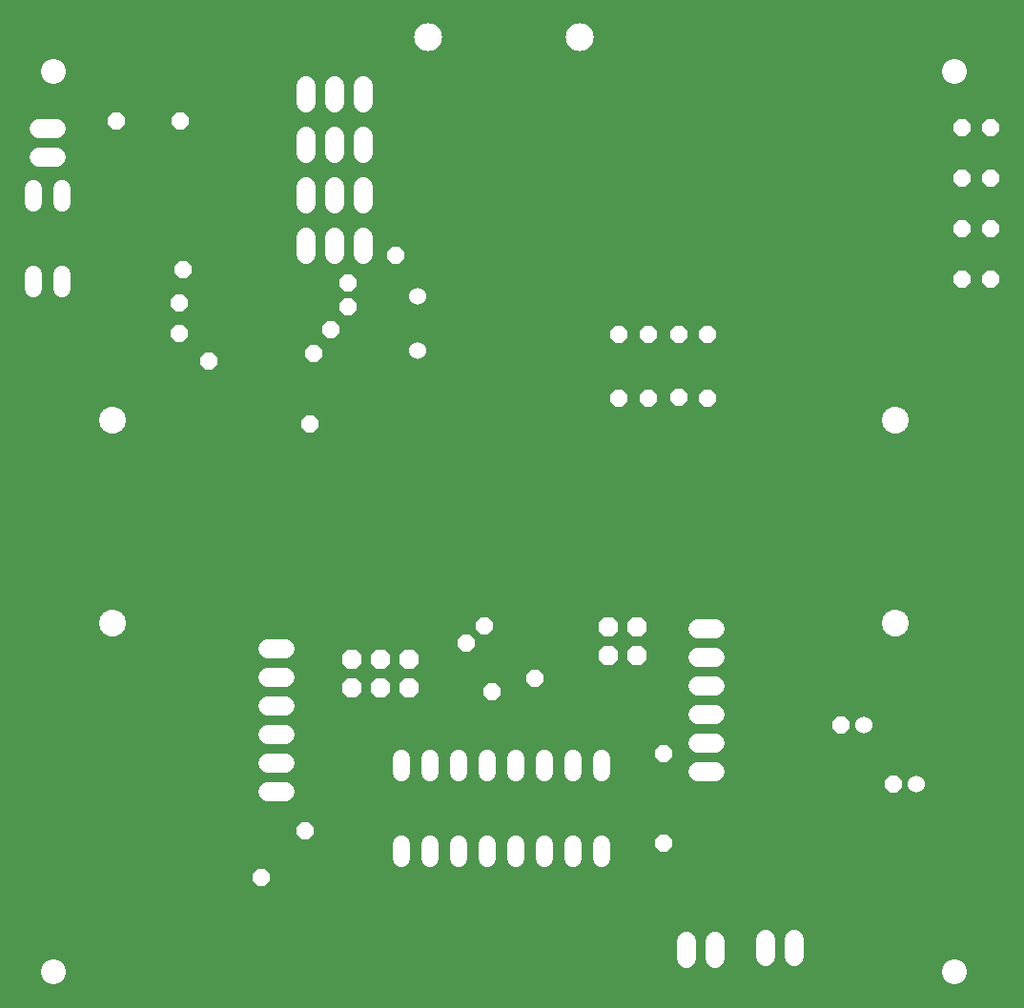
<source format=gbr>
G04 EAGLE Gerber RS-274X export*
G75*
%MOMM*%
%FSLAX34Y34*%
%LPD*%
%INSoldermask Top*%
%IPNEG*%
%AMOC8*
5,1,8,0,0,1.08239X$1,22.5*%
G01*
%ADD10C,2.203200*%
%ADD11C,2.387200*%
%ADD12C,2.489200*%
%ADD13C,1.727200*%
%ADD14P,1.649562X8X22.500000*%
%ADD15C,1.524000*%
%ADD16C,1.524000*%
%ADD17P,1.649562X8X202.500000*%
%ADD18P,1.869504X8X22.500000*%
%ADD19P,1.627049X8X22.500000*%


D10*
X60000Y860000D03*
X860000Y860000D03*
X60000Y60000D03*
X860000Y60000D03*
D11*
X112500Y550000D03*
X112500Y370000D03*
X807500Y550000D03*
X807500Y370000D03*
D12*
X527310Y890000D03*
X392690Y890000D03*
D13*
X266096Y346830D02*
X250856Y346830D01*
X250856Y321430D02*
X266096Y321430D01*
X266096Y296030D02*
X250856Y296030D01*
X250856Y270630D02*
X266096Y270630D01*
X266096Y245230D02*
X250856Y245230D01*
X250856Y219830D02*
X266096Y219830D01*
X632380Y364356D02*
X647620Y364356D01*
X647620Y338956D02*
X632380Y338956D01*
X632380Y313556D02*
X647620Y313556D01*
X647620Y288156D02*
X632380Y288156D01*
X632380Y262756D02*
X647620Y262756D01*
X647620Y237356D02*
X632380Y237356D01*
D14*
X867300Y675000D03*
X892700Y675000D03*
X867300Y720000D03*
X892700Y720000D03*
X867300Y765000D03*
X892700Y765000D03*
X867300Y810000D03*
X892700Y810000D03*
D15*
X383540Y660150D03*
X383540Y611890D03*
D16*
X67564Y742950D02*
X67564Y756158D01*
X42164Y756158D02*
X42164Y742950D01*
X42164Y679958D02*
X42164Y666750D01*
X67564Y666750D02*
X67564Y679958D01*
D13*
X284600Y832380D02*
X284600Y847620D01*
X310000Y847620D02*
X310000Y832380D01*
X335400Y832380D02*
X335400Y847620D01*
X284600Y802620D02*
X284600Y787380D01*
X310000Y787380D02*
X310000Y802620D01*
X335400Y802620D02*
X335400Y787380D01*
X284600Y757620D02*
X284600Y742380D01*
X310000Y742380D02*
X310000Y757620D01*
X335400Y757620D02*
X335400Y742380D01*
X284600Y712620D02*
X284600Y697380D01*
X310000Y697380D02*
X310000Y712620D01*
X335400Y712620D02*
X335400Y697380D01*
X647698Y87120D02*
X647698Y71880D01*
X622298Y71880D02*
X622298Y87120D01*
X62990Y783340D02*
X47750Y783340D01*
X47750Y808740D02*
X62990Y808740D01*
D16*
X369070Y173394D02*
X369070Y160186D01*
X394470Y160186D02*
X394470Y173394D01*
X521470Y173394D02*
X521470Y160186D01*
X546870Y160186D02*
X546870Y173394D01*
X419870Y173394D02*
X419870Y160186D01*
X445270Y160186D02*
X445270Y173394D01*
X496070Y173394D02*
X496070Y160186D01*
X470670Y160186D02*
X470670Y173394D01*
X546870Y236386D02*
X546870Y249594D01*
X521470Y249594D02*
X521470Y236386D01*
X496070Y236386D02*
X496070Y249594D01*
X470670Y249594D02*
X470670Y236386D01*
X445270Y236386D02*
X445270Y249594D01*
X419870Y249594D02*
X419870Y236386D01*
X394470Y236386D02*
X394470Y249594D01*
X369070Y249594D02*
X369070Y236386D01*
D17*
X805940Y226310D03*
D15*
X826260Y226310D03*
D17*
X759970Y279150D03*
D15*
X780290Y279150D03*
D18*
X552704Y340868D03*
X552704Y366268D03*
X578104Y340868D03*
X578104Y366268D03*
X325120Y311912D03*
X325120Y337312D03*
X350520Y311912D03*
X350520Y337312D03*
X375920Y311912D03*
X375920Y337312D03*
D13*
X718312Y88392D02*
X718312Y73152D01*
X692912Y73152D02*
X692912Y88392D01*
D19*
X322326Y672084D03*
X364236Y696468D03*
X116586Y816102D03*
X172974Y816102D03*
X601980Y253746D03*
X601980Y174498D03*
X244602Y143256D03*
X283464Y185166D03*
X288036Y546439D03*
X198120Y602742D03*
X291846Y609600D03*
X172212Y627126D03*
X449580Y308610D03*
X426720Y352044D03*
X487680Y320802D03*
X442722Y367284D03*
X640842Y569214D03*
X640842Y626364D03*
X615696Y569976D03*
X615696Y626364D03*
X588264Y569214D03*
X588264Y626364D03*
X562356Y569214D03*
X562356Y626364D03*
X307086Y630174D03*
X172212Y654558D03*
X322326Y650748D03*
X175260Y683514D03*
M02*

</source>
